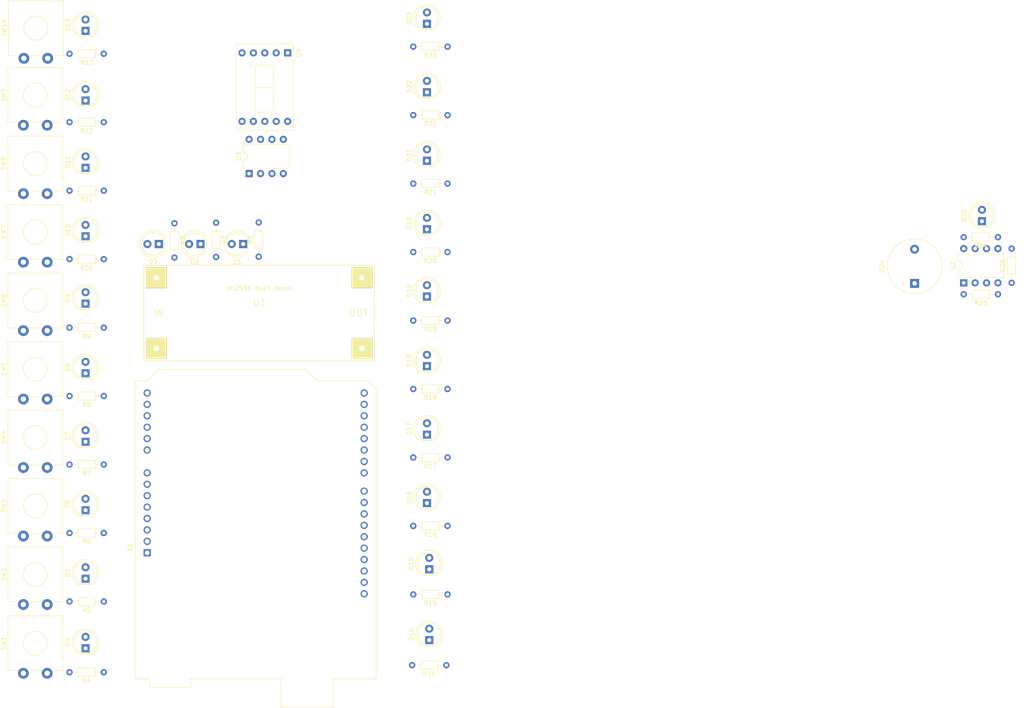
<source format=kicad_pcb>
(kicad_pcb (version 20221018) (generator pcbnew)
  (layers (0 "F.Cu" signal) (31 "B.Cu" signal) (34 "B.Paste" user) (35 "F.Paste" user) (36 "B.SilkS" user "B.Silkscreen") (37 "F.SilkS" user "F.Silkscreen") (38 "B.Mask" user) (39 "F.Mask" user) (44 "Edge.Cuts" user))
  (net 0 "")
  (net 1 "Net-(BP26-A)")
  (net 2 "Net-(BP25-A)")
  (net 3 "VDD")
  (net 4 "GNDREF")
  (net 5 "Net-(BP24-A)")
  (net 6 "Net-(BP27-A)")
  (net 7 "Vss")
  (net 8 "Net-(U3-Qe)")
  (net 9 "Net-(U3-Qd)")
  (net 10 "Net-(U3-Qc)")
  (net 11 "Net-(U3-Qb)")
  (net 12 "Net-(U3-Qa)")
  (net 13 "Net-(U3-Qg)")
  (net 14 "Net-(U3-Qf)")
  (net 15 "Net-(D3-K)")
  (net 16 "Net-(D1-K)")
  (net 17 "Net-(D2-K)")
  (net 18 "Net-(D4-K)")
  (net 19 "Net-(D5-K)")
  (net 20 "Net-(D6-K)")
  (net 21 "Net-(D7-K)")
  (net 22 "Net-(D8-K)")
  (net 23 "Net-(D9-K)")
  (net 24 "Net-(D10-K)")
  (net 25 "Net-(D11-K)")
  (net 26 "Net-(D12-K)")
  (net 27 "Net-(D13-K)")
  (net 28 "Net-(D14-K)")
  (net 29 "Net-(D16-K)")
  (net 30 "Net-(D17-K)")
  (net 31 "Net-(D18-K)")
  (net 32 "Net-(D19-K)")
  (net 33 "Net-(D20-K)")
  (net 34 "Net-(D21-K)")
  (net 35 "Net-(D22-K)")
  (net 36 "Net-(D23-K)")
  (net 37 "Net-(U2--)")
  (net 38 "+5V")
  (net 39 "Net-(D25-K)")
  (net 40 "Net-(D15-K)")
  (net 42 "/V(input)")
  (net 44 "Net-(D25-A)")
  (net 57 "Net-(A1-A3)")
  (net 58 "Net-(D2-A)")
  (net 59 "Net-(D3-A)")
  (net 78 "Net-(BP20-A)")
  (net 79 "Net-(BP19-A)")
  (net 80 "Net-(BP18-A)")
  (net 81 "Net-(BP17-A)")
  (net 82 "Net-(BP16-A)")
  (net 83 "Net-(BP15-A)")
  (net 84 "Net-(BP14-A)")
  (net 85 "Net-(BP13-A)")
  (net 86 "Net-(BP12-A)")
  (net 87 "Net-(BP11-A)")
  (net 88 "Net-(BP10-A)")
  (net 89 "Net-(BP9-A)")
  (net 90 "Net-(BP8-A)")
  (net 91 "Net-(BP7-A)")
  (net 92 "Net-(BP6-A)")
  (net 93 "Net-(BP5-A)")
  (net 94 "Net-(BP4-A)")
  (net 95 "Net-(BP3-A)")
  (net 96 "Net-(BP2-A)")
  (net 97 "Net-(BP1-A)")
  (net 101 "Net-(BP21-A)")
  (footprint "Resistor_THT:R_Axial_DIN0204_L3.6mm_D1.6mm_P7.62mm_Horizontal" (layer "F.Cu") (at 125.476 94.239 180)
    (fp_text reference "R19" (at 3.81 -1.92) (layer "F.SilkS"))
    (fp_text value "330")
    (pad "1" thru_hole circle (at 0 0 180) (size 1.4 1.4) (drill 0.7) (layers "*.Cu" "*.Mask") (net 4 "GNDREF"))
    (pad "2" thru_hole oval (at 7.62 0 180) (size 1.4 1.4) (drill 0.7) (layers "*.Cu" "*.Mask") (net 32 "Net-(D19-K)"))
  )
  (footprint "Resistor_THT:R_Axial_DIN0204_L3.6mm_D1.6mm_P7.62mm_Horizontal" (layer "F.Cu") (at 49.022 95.813 180)
    (fp_text reference "R9" (at 3.81 -1.92) (layer "F.SilkS"))
    (fp_text value "330")
    (pad "1" thru_hole circle (at 0 0 180) (size 1.4 1.4) (drill 0.7) (layers "*.Cu" "*.Mask") (net 4 "GNDREF"))
    (pad "2" thru_hole oval (at 7.62 0 180) (size 1.4 1.4) (drill 0.7) (layers "*.Cu" "*.Mask") (net 23 "Net-(D9-K)"))
  )
  (footprint "Resistor_THT:R_Axial_DIN0204_L3.6mm_D1.6mm_P7.62mm_Horizontal" (layer "F.Cu") (at 125.476 33.279 180)
    (fp_text reference "R23" (at 3.81 -1.92) (layer "F.SilkS"))
    (fp_text value "330")
    (pad "1" thru_hole circle (at 0 0 180) (size 1.4 1.4) (drill 0.7) (layers "*.Cu" "*.Mask") (net 4 "GNDREF"))
    (pad "2" thru_hole oval (at 7.62 0 180) (size 1.4 1.4) (drill 0.7) (layers "*.Cu" "*.Mask") (net 36 "Net-(D23-K)"))
  )
  (footprint "Module:Arduino_UNO_R3" (layer "F.Cu") (at 58.674 145.923 90)
    (fp_text reference "A1" (at 1.27 -3.81 90) (layer "F.SilkS"))
    (fp_text value "Arduino_UNO_R3")
    (pad "1" thru_hole rect (at 0 0 180) (size 1.6 1.6) (drill 1) (layers "*.Cu" "*.Mask"))
    (pad "2" thru_hole oval (at 2.54 0 180) (size 1.6 1.6) (drill 1) (layers "*.Cu" "*.Mask"))
    (pad "3" thru_hole oval (at 5.08 0 180) (size 1.6 1.6) (drill 1) (layers "*.Cu" "*.Mask"))
    (pad "4" thru_hole oval (at 7.62 0 180) (size 1.6 1.6) (drill 1) (layers "*.Cu" "*.Mask"))
    (pad "5" thru_hole oval (at 10.16 0 180) (size 1.6 1.6) (drill 1) (layers "*.Cu" "*.Mask"))
    (pad "6" thru_hole oval (at 12.7 0 180) (size 1.6 1.6) (drill 1) (layers "*.Cu" "*.Mask"))
    (pad "7" thru_hole oval (at 15.24 0 180) (size 1.6 1.6) (drill 1) (layers "*.Cu" "*.Mask"))
    (pad "8" thru_hole oval (at 17.78 0 180) (size 1.6 1.6) (drill 1) (layers "*.Cu" "*.Mask"))
    (pad "9" thru_hole oval (at 22.86 0 180) (size 1.6 1.6) (drill 1) (layers "*.Cu" "*.Mask"))
    (pad "10" thru_hole oval (at 25.4 0 180) (size 1.6 1.6) (drill 1) (layers "*.Cu" "*.Mask"))
    (pad "11" thru_hole oval (at 27.94 0 180) (size 1.6 1.6) (drill 1) (layers "*.Cu" "*.Mask"))
    (pad "12" thru_hole oval (at 30.48 0 180) (size 1.6 1.6) (drill 1) (layers "*.Cu" "*.Mask") (net 57 "Net-(A1-A3)"))
    (pad "13" thru_hole oval (at 33.02 0 180) (size 1.6 1.6) (drill 1) (layers "*.Cu" "*.Mask") (net 58 "Net-(D2-A)"))
    (pad "14" thru_hole oval (at 35.56 0 180) (size 1.6 1.6) (drill 1) (layers "*.Cu" "*.Mask") (net 59 "Net-(D3-A)"))
    (pad "15" thru_hole oval (at 35.56 48.26 180) (size 1.6 1.6) (drill 1) (layers "*.Cu" "*.Mask"))
    (pad "16" thru_hole oval (at 33.02 48.26 180) (size 1.6 1.6) (drill 1) (layers "*.Cu" "*.Mask"))
    (pad "17" thru_hole oval (at 30.48 48.26 180) (size 1.6 1.6) (drill 1) (layers "*.Cu" "*.Mask"))
    (pad "18" thru_hole oval (at 27.94 48.26 180) (size 1.6 1.6) (drill 1) (layers "*.Cu" "*.Mask"))
    (pad "19" thru_hole oval (at 25.4 48.26 180) (size 1.6 1.6) (drill 1) (layers "*.Cu" "*.Mask"))
    (pad "20" thru_hole oval (at 22.86 48.26 180) (size 1.6 1.6) (drill 1) (layers "*.Cu" "*.Mask"))
    (pad "21" thru_hole oval (at 20.32 48.26 180) (size 1.6 1.6) (drill 1) (layers "*.Cu" "*.Mask"))
    (pad "22" thru_hole oval (at 17.78 48.26 180) (size 1.6 1.6) (drill 1) (layers "*.Cu" "*.Mask"))
    (pad "23" thru_hole oval (at 13.72 48.26 180) (size 1.6 1.6) (drill 1) (layers "*.Cu" "*.Mask"))
    (pad "24" thru_hole oval (at 11.18 48.26 180) (size 1.6 1.6) (drill 1) (layers "*.Cu" "*.Mask"))
    (pad "25" thru_hole oval (at 8.64 48.26 180) (size 1.6 1.6) (drill 1) (layers "*.Cu" "*.Mask"))
    (pad "26" thru_hole oval (at 6.1 48.26 180) (size 1.6 1.6) (drill 1) (layers "*.Cu" "*.Mask"))
    (pad "27" thru_hole oval (at 3.56 48.26 180) (size 1.6 1.6) (drill 1) (layers "*.Cu" "*.Mask"))
    (pad "28" thru_hole oval (at 1.02 48.26 180) (size 1.6 1.6) (drill 1) (layers "*.Cu" "*.Mask"))
    (pad "29" thru_hole oval (at -1.52 48.26 180) (size 1.6 1.6) (drill 1) (layers "*.Cu" "*.Mask"))
    (pad "30" thru_hole oval (at -4.06 48.26 180) (size 1.6 1.6) (drill 1) (layers "*.Cu" "*.Mask"))
    (pad "31" thru_hole oval (at -6.6 48.26 180) (size 1.6 1.6) (drill 1) (layers "*.Cu" "*.Mask"))
    (pad "32" thru_hole oval (at -9.14 48.26 180) (size 1.6 1.6) (drill 1) (layers "*.Cu" "*.Mask"))
  )
  (footprint "LED_THT:LED_D5.0mm_IRGrey" (layer "F.Cu") (at 44.958 75.493 90)
    (fp_text reference "D10" (at 1.27 -3.96 90) (layer "F.SilkS"))
    (fp_text value "CQY99")
    (pad "1" thru_hole rect (at 0 0 90) (size 1.8 1.8) (drill 0.9) (layers "*.Cu" "*.Mask") (net 24 "Net-(D10-K)"))
    (pad "2" thru_hole circle (at 2.54 0 90) (size 1.8 1.8) (drill 0.9) (layers "*.Cu" "*.Mask") (net 91 "Net-(BP7-A)"))
  )
  (footprint "Resistor_THT:R_Axial_DIN0204_L3.6mm_D1.6mm_P7.62mm_Horizontal" (layer "F.Cu") (at 49.022 111.053 180)
    (fp_text reference "R8" (at 3.81 -1.92) (layer "F.SilkS"))
    (fp_text value "330")
    (pad "1" thru_hole circle (at 0 0 180) (size 1.4 1.4) (drill 0.7) (layers "*.Cu" "*.Mask") (net 4 "GNDREF"))
    (pad "2" thru_hole oval (at 7.62 0 180) (size 1.4 1.4) (drill 0.7) (layers "*.Cu" "*.Mask") (net 22 "Net-(D8-K)"))
  )
  (footprint "LED_THT:LED_D5.0mm_IRGrey" (layer "F.Cu") (at 120.904 134.879 90)
    (fp_text reference "D16" (at 1.27 -3.96 90) (layer "F.SilkS"))
    (fp_text value "CQY99")
    (pad "1" thru_hole rect (at 0 0 90) (size 1.8 1.8) (drill 0.9) (layers "*.Cu" "*.Mask") (net 29 "Net-(D16-K)"))
    (pad "2" thru_hole circle (at 2.54 0 90) (size 1.8 1.8) (drill 0.9) (layers "*.Cu" "*.Mask") (net 85 "Net-(BP13-A)"))
  )
  (footprint "Resistor_THT:R_Axial_DIN0204_L3.6mm_D1.6mm_P7.62mm_Horizontal" (layer "F.Cu") (at 247.904 88.392 180)
    (fp_text reference "R25" (at 3.81 -1.92) (layer "F.SilkS"))
    (fp_text value "330")
    (pad "1" thru_hole circle (at 0 0 180) (size 1.4 1.4) (drill 0.7) (layers "*.Cu" "*.Mask") (net 4 "GNDREF"))
    (pad "2" thru_hole oval (at 7.62 0 180) (size 1.4 1.4) (drill 0.7) (layers "*.Cu" "*.Mask") (net 37 "Net-(U2--)"))
  )
  (footprint "Button_Switch_THT:SW_CW_GPTS203211B" (layer "F.Cu") (at 31.132 81.243 90)
    (fp_text reference "SW7" (at 6.7 -4.35 90) (layer "F.SilkS"))
    (fp_text value "SW_DIP_x01")
    (pad "1" thru_hole circle (at 0 0 90) (size 2.4 2.4) (drill 1.2) (layers "*.Cu" "*.Mask") (net 38 "+5V"))
    (pad "2" thru_hole circle (at 0 5.3 90) (size 2.4 2.4) (drill 1.2) (layers "*.Cu" "*.Mask") (net 91 "Net-(BP7-A)"))
  )
  (footprint "Resistor_THT:R_Axial_DIN0204_L3.6mm_D1.6mm_P7.62mm_Horizontal" (layer "F.Cu") (at 125.476 155.199 180)
    (fp_text reference "R15" (at 3.81 -1.92) (layer "F.SilkS"))
    (fp_text value "330")
    (pad "1" thru_hole circle (at 0 0 180) (size 1.4 1.4) (drill 0.7) (layers "*.Cu" "*.Mask") (net 4 "GNDREF"))
    (pad "2" thru_hole oval (at 7.62 0 180) (size 1.4 1.4) (drill 0.7) (layers "*.Cu" "*.Mask") (net 40 "Net-(D15-K)"))
  )
  (footprint "Display_7Segment:D1X8K" (layer "F.Cu") (at 89.916 34.6665 -90)
    (fp_text reference "U4" (at 0.03 -2.48 90) (layer "F.SilkS"))
    (fp_text value "D168K")
    (pad "1" thru_hole rect (at 0 0 180) (size 1.6 1.6) (drill 0.8) (layers "*.Cu" "*.Mask") (net 8 "Net-(U3-Qe)"))
    (pad "2" thru_hole circle (at 0 2.54 180) (size 1.6 1.6) (drill 0.8) (layers "*.Cu" "*.Mask") (net 9 "Net-(U3-Qd)"))
    (pad "3" thru_hole circle (at 0 5.08 180) (size 1.6 1.6) (drill 0.8) (layers "*.Cu" "*.Mask") (net 4 "GNDREF"))
    (pad "4" thru_hole circle (at 0 7.62 180) (size 1.6 1.6) (drill 0.8) (layers "*.Cu" "*.Mask") (net 10 "Net-(U3-Qc)"))
    (pad "5" thru_hole circle (at 0 10.16 180) (size 1.6 1.6) (drill 0.8) (layers "*.Cu" "*.Mask"))
    (pad "6" thru_hole circle (at 15.24 10.16 180) (size 1.6 1.6) (drill 0.8) (layers "*.Cu" "*.Mask") (net 11 "Net-(U3-Qb)"))
    (pad "7" thru_hole circle (at 15.24 7.62 180) (size 1.6 1.6) (drill 0.8) (layers "*.Cu" "*.Mask") (net 12 "Net-(U3-Qa)"))
    (pad "8" thru_hole circle (at 15.24 5.08 180) (size 1.6 1.6) (drill 0.8) (layers "*.Cu" "*.Mask") (net 4 "GNDREF"))
    (pad "9" thru_hole circle (at 15.24 2.54 180) (size 1.6 1.6) (drill 0.8) (layers "*.Cu" "*.Mask") (net 14 "Net-(U3-Qf)"))
    (pad "10" thru_hole circle (at 15.24 0 180) (size 1.6 1.6) (drill 0.8) (layers "*.Cu" "*.Mask") (net 13 "Net-(U3-Qg)"))
  )
  (footprint "Resistor_THT:R_Axial_DIN0204_L3.6mm_D1.6mm_P7.62mm_Horizontal" (layer "F.Cu") (at 125.222 170.947 180)
    (fp_text reference "R14" (at 3.81 -1.92) (layer "F.SilkS"))
    (fp_text value "330")
    (pad "1" thru_hole circle (at 0 0 180) (size 1.4 1.4) (drill 0.7) (layers "*.Cu" "*.Mask") (net 4 "GNDREF"))
    (pad "2" thru_hole oval (at 7.62 0 180) (size 1.4 1.4) (drill 0.7) (layers "*.Cu" "*.Mask") (net 28 "Net-(D14-K)"))
  )
  (footprint "Resistor_THT:R_Axial_DIN0204_L3.6mm_D1.6mm_P7.62mm_Horizontal" (layer "F.Cu") (at 125.476 48.519 180)
    (fp_text reference "R22" (at 3.81 -1.92) (layer "F.SilkS"))
    (fp_text value "330")
    (pad "1" thru_hole circle (at 0 0 180) (size 1.4 1.4) (drill 0.7) (layers "*.Cu" "*.Mask") (net 4 "GNDREF"))
    (pad "2" thru_hole oval (at 7.62 0 180) (size 1.4 1.4) (drill 0.7) (layers "*.Cu" "*.Mask") (net 35 "Net-(D22-K)"))
  )
  (footprint "LED_THT:LED_D5.0mm_IRGrey" (layer "F.Cu") (at 44.958 105.973 90)
    (fp_text reference "D8" (at 1.27 -3.96 90) (layer "F.SilkS"))
    (fp_text value "CQY99")
    (pad "1" thru_hole rect (at 0 0 90) (size 1.8 1.8) (drill 0.9) (layers "*.Cu" "*.Mask") (net 22 "Net-(D8-K)"))
    (pad "2" thru_hole circle (at 2.54 0 90) (size 1.8 1.8) (drill 0.9) (layers "*.Cu" "*.Mask") (net 93 "Net-(BP5-A)"))
  )
  (footprint "LED_THT:LED_D5.0mm_IRGrey" (layer "F.Cu") (at 121.412 165.359 90)
    (fp_text reference "D14" (at 1.27 -3.96 90) (layer "F.SilkS"))
    (fp_text value "CQY99")
    (pad "1" thru_hole rect (at 0 0 90) (size 1.8 1.8) (drill 0.9) (layers "*.Cu" "*.Mask") (net 28 "Net-(D14-K)"))
    (pad "2" thru_hole circle (at 2.54 0 90) (size 1.8 1.8) (drill 0.9) (layers "*.Cu" "*.Mask") (net 87 "Net-(BP11-A)"))
  )
  (footprint "Button_Switch_THT:SW_CW_GPTS203211B" (layer "F.Cu") (at 31.132 157.443 90)
    (fp_text reference "SW2" (at 6.7 -4.35 90) (layer "F.SilkS"))
    (fp_text value "SW_DIP_x01")
    (pad "1" thru_hole circle (at 0 0 90) (size 2.4 2.4) (drill 1.2) (layers "*.Cu" "*.Mask") (net 38 "+5V"))
    (pad "2" thru_hole circle (at 0 5.3 90) (size 2.4 2.4) (drill 1.2) (layers "*.Cu" "*.Mask") (net 96 "Net-(BP2-A)"))
  )
  (footprint "LED_THT:LED_D5.0mm_IRGrey" (layer "F.Cu") (at 44.958 90.484 90)
    (fp_text reference "D9" (at 1.27 -3.96 90) (layer "F.SilkS"))
    (fp_text value "CQY99")
    (pad "1" thru_hole rect (at 0 0 90) (size 1.8 1.8) (drill 0.9) (layers "*.Cu" "*.Mask") (net 23 "Net-(D9-K)"))
    (pad "2" thru_hole circle (at 2.54 0 90) (size 1.8 1.8) (drill 0.9) (layers "*.Cu" "*.Mask") (net 92 "Net-(BP6-A)"))
  )
  (footprint "Resistor_THT:R_Axial_DIN0204_L3.6mm_D1.6mm_P7.62mm_Horizontal" (layer "F.Cu") (at 49.022 50.093 180)
    (fp_text reference "R12" (at 3.81 -1.92) (layer "F.SilkS"))
    (fp_text value "330")
    (pad "1" thru_hole circle (at 0 0 180) (size 1.4 1.4) (drill 0.7) (layers "*.Cu" "*.Mask") (net 4 "GNDREF"))
    (pad "2" thru_hole oval (at 7.62 0 180) (size 1.4 1.4) (drill 0.7) (layers "*.Cu" "*.Mask") (net 26 "Net-(D12-K)"))
  )
  (footprint "Buzzer_Beeper:Buzzer_12x9.5RM7.6" (layer "F.Cu") (at 229.362 85.969 90)
    (fp_text reference "D24" (at 3.8 -7.2 90) (layer "F.SilkS"))
    (fp_text value "LED")
    (fp_text user "+" (at -0.01 -2.54 90) (layer "F.SilkS"))
    (pad "1" thru_hole rect (at 0 0 90) (size 2 2) (drill 1) (layers "*.Cu" "*.Mask") (net 101 "Net-(BP21-A)"))
    (pad "2" thru_hole circle (at 7.6 0 90) (size 2 2) (drill 1) (layers "*.Cu" "*.Mask") (net 4 "GNDREF"))
  )
  (footprint "Resistor_THT:R_Axial_DIN0204_L3.6mm_D1.6mm_P7.62mm_Horizontal" (layer "F.Cu") (at 250.943083 85.844365 90)
    (fp_text reference "R26" (at 3.81 -1.92 90) (layer "F.SilkS"))
    (fp_text value "330")
    (pad "1" thru_hole circle (at 0 0 90) (size 1.4 1.4) (drill 0.7) (layers "*.Cu" "*.Mask") (net 4 "GNDREF"))
    (pad "2" thru_hole oval (at 7.62 0 90) (size 1.4 1.4) (drill 0.7) (layers "*.Cu" "*.Mask") (net 39 "Net-(D25-K)"))
  )
  (footprint "Resistor_THT:R_Axial_DIN0204_L3.6mm_D1.6mm_P7.62mm_Horizontal" (layer "F.Cu") (at 49.022 126.293 180)
    (fp_text reference "R7" (at 3.81 -1.92) (layer "F.SilkS"))
    (fp_text value "330")
    (pad "1" thru_hole circle (at 0 0 180) (size 1.4 1.4) (drill 0.7) (layers "*.Cu" "*.Mask") (net 4 "GNDREF"))
    (pad "2" thru_hole oval (at 7.62 0 180) (size 1.4 1.4) (drill 0.7) (layers "*.Cu" "*.Mask") (net 21 "Net-(D7-K)"))
  )
  (footprint "Package_DIP:DIP-8_W7.62mm" (layer "F.Cu") (at 240.284 85.852 90)
    (fp_text reference "U2" (at 3.81 -2.33 90) (layer "F.SilkS"))
    (fp_text value "LM741")
    (pad "1" thru_hole rect (at 0 0 90) (size 1.6 1.6) (drill 0.8) (layers "*.Cu" "*.Mask"))
    (pad "2" thru_hole oval (at 0 2.54 90) (size 1.6 1.6) (drill 0.8) (layers "*.Cu" "*.Mask") (net 37 "Net-(U2--)"))
    (pad "3" thru_hole oval (at 0 5.08 90) (size 1.6 1.6) (drill 0.8) (layers "*.Cu" "*.Mask") (net 42 "/V(input)"))
    (pad "4" thru_hole oval (at 0 7.62 90) (size 1.6 1.6) (drill 0.8) (layers "*.Cu" "*.Mask") (net 4 "GNDREF"))
    (pad "5" thru_hole oval (at 7.62 7.62 90) (size 1.6 1.6) (drill 0.8) (layers "*.Cu" "*.Mask"))
    (pad "6" thru_hole oval (at 7.62 5.08 90) (size 1.6 1.6) (drill 0.8) (layers "*.Cu" "*.Mask") (net 44 "Net-(D25-A)"))
    (pad "7" thru_hole oval (at 7.62 2.54 90) (size 1.6 1.6) (drill 0.8) (layers "*.Cu" "*.Mask") (net 38 "+5V"))
    (pad "8" thru_hole oval (at 7.62 0 90) (size 1.6 1.6) (drill 0.8) (layers "*.Cu" "*.Mask"))
  )
  (footprint "LED_THT:LED_D5.0mm_IRGrey" (layer "F.Cu") (at 80.015 77.216 180)
    (fp_text reference "D1" (at 1.27 -3.96) (layer "F.SilkS"))
    (fp_text value "CQY99")
    (pad "1" thru_hole rect (at 0 0 180) (size 1.8 1.8) (drill 0.9) (layers "*.Cu" "*.Mask") (net 16 "Net-(D1-K)"))
    (pad "2" thru_hole circle (at 2.54 0 180) (size 1.8 1.8) (drill 0.9) (layers "*.Cu" "*.Mask") (net 57 "Net-(A1-A3)"))
  )
  (footprint "LED_THT:LED_D5.0mm_IRGrey" (layer "F.Cu") (at 121.412 149.611 90)
    (fp_text reference "D15" (at 1.27 -3.96 90) (layer "F.SilkS"))
    (fp_text value "CQY99")
    (pad "1" thru_hole rect (at 0 0 90) (size 1.8 1.8) (drill 0.9) (layers "*.Cu" "*.Mask") (net 40 "Net-(D15-K)"))
    (pad "2" thru_hole circle (at 2.54 0 90) (size 1.8 1.8) (drill 0.9) (layers "*.Cu" "*.Mask") (net 86 "Net-(BP12-A)"))
  )
  (footprint "LED_THT:LED_D5.0mm_IRGrey" (layer "F.Cu") (at 61.265 77.216 180)
    (fp_text reference "D3" (at 1.27 -3.96) (layer "F.SilkS"))
    (fp_text value "CQY99")
    (pad "1" thru_hole rect (at 0 0 180) (size 1.8 1.8) (drill 0.9) (layers "*.Cu" "*.Mask") (net 15 "Net-(D3-K)"))
    (pad "2" thru_hole circle (at 2.54 0 180) (size 1.8 1.8) (drill 0.9) (layers "*.Cu" "*.Mask") (net 59 "Net-(D3-A)"))
  )
  (footprint "LED_THT:LED_D5.0mm_IRGrey" (layer "F.Cu") (at 44.958 60.253 90)
    (fp_text reference "D11" (at 1.27 -3.96 90) (layer "F.SilkS"))
    (fp_text value "CQY99")
    (pad "1" thru_hole rect (at 0 0 90) (size 1.8 1.8) (drill 0.9) (layers "*.Cu" "*.Mask") (net 25 "Net-(D11-K)"))
    (pad "2" thru_hole circle (at 2.54 0 90) (size 1.8 1.8) (drill 0.9) (layers "*.Cu" "*.Mask") (net 90 "Net-(BP8-A)"))
  )
  (footprint "LED_THT:LED_D5.0mm_IRGrey" (layer "F.Cu") (at 120.904 73.919 90)
    (fp_text reference "D20" (at 1.27 -3.96 90) (layer "F.SilkS"))
    (fp_text value "CQY99")
    (pad "1" thru_hole rect (at 0 0 90) (size 1.8 1.8) (drill 0.9) (layers "*.Cu" "*.Mask") (net 33 "Net-(D20-K)"))
    (pad "2" thru_hole circle (at 2.54 0 90) (size 1.8 1.8) (drill 0.9) (layers "*.Cu" "*.Mask") (net 81 "Net-(BP17-A)"))
  )
  (footprint "LED_THT:LED_D5.0mm_IRGrey" (layer "F.Cu") (at 44.958 121.213 90)
    (fp_text reference "D7" (at 1.27 -3.96 90) (layer "F.SilkS"))
    (fp_text value "CQY99")
    (pad "1" thru_hole rect (at 0 0 90) (size 1.8 1.8) (drill 0.9) (layers "*.Cu" "*.Mask") (net 21 "Net-(D7-K)"))
    (pad "2" thru_hole circle (at 2.54 0 90) (size 1.8 1.8) (drill 0.9) (layers "*.Cu" "*.Mask") (net 94 "Net-(BP4-A)"))
  )
  (footprint "LED_THT:LED_D5.0mm_IRGrey" (layer "F.Cu") (at 44.958 29.773 90)
    (fp_text reference "D13" (at 1.27 -3.96 90) (layer "F.SilkS"))
    (fp_text value "CQY99")
    (pad "1" thru_hole rect (at 0 0 90) (size 1.8 1.8) (drill 0.9) (layers "*.Cu" "*.Mask") (net 27 "Net-(D13-K)"))
    (pad "2" thru_hole circle (at 2.54 0 90) (size 1.8 1.8) (drill 0.9) (layers "*.Cu" "*.Mask") (net 88 "Net-(BP10-A)"))
  )
  (footprint "Button_Switch_THT:SW_CW_GPTS203211B" (layer "F.Cu") (at 31.132 126.963 90)
    (fp_text reference "SW4" (at 6.7 -4.35 90) (layer "F.SilkS"))
    (fp_text value "SW_DIP_x01")
    (pad "1" thru_hole circle (at 0 0 90) (size 2.4 2.4) (drill 1.2) (layers "*.Cu" "*.Mask") (net 38 "+5V"))
    (pad "2" thru_hole circle (at 0 5.3 90) (size 2.4 2.4) (drill 1.2) (layers "*.Cu" "*.Mask") (net 94 "Net-(BP4-A)"))
  )
  (footprint "Resistor_THT:R_Axial_DIN0204_L3.6mm_D1.6mm_P7.62mm_Horizontal" (layer "F.Cu") (at 49.022 141.533 180)
    (fp_text reference "R6" (at 3.81 -1.92) (layer "F.SilkS"))
    (fp_text value "330")
    (pad "1" thru_hole circle (at 0 0 180) (size 1.4 1.4) (drill 0.7) (layers "*.Cu" "*.Mask") (net 4 "GNDREF"))
    (pad "2" thru_hole oval (at 7.62 0 180) (size 1.4 1.4) (drill 0.7) (layers "*.Cu" "*.Mask") (net 20 "Net-(D6-K)"))
  )
  (footprint "LED_THT:LED_D5.0mm_IRGrey" (layer "F.Cu") (at 244.348 72.136 90)
    (fp_text reference "D25" (at 1.27 -3.96 90) (layer "F.SilkS"))
    (fp_text value "LED")
    (pad "1" thru_hole rect (at 0 0 90) (size 1.8 1.8) (drill 0.9) (layers "*.Cu" "*.Mask") (net 39 "Net-(D25-K)"))
    (pad "2" thru_hole circle (at 2.54 0 90) (size 1.8 1.8) (drill 0.9) (layers "*.Cu" "*.Mask") (net 44 "Net-(D25-A)"))
  )
  (footprint "LED_THT:LED_D5.0mm_IRGrey" (layer "F.Cu") (at 44.958 167.192 90)
    (fp_text reference "D4" (at 1.27 -3.96 90) (layer "F.SilkS"))
    (fp_text value "CQY99")
    (pad "1" thru_hole rect (at 0 0 90) (size 1.8 1.8) (drill 0.9) (layers "*.Cu" "*.Mask") (net 18 "Net-(D4-K)"))
    (pad "2" thru_hole circle (at 2.54 0 90) (size 1.8 1.8) (drill 0.9) (layers "*.Cu" "*.Mask") (net 97 "Net-(BP1-A)"))
  )
  (footprint "Resistor_THT:R_Axial_DIN0204_L3.6mm_D1.6mm_P7.62mm_Horizontal" (layer "F.Cu") (at 125.476 124.719 180)
    (fp_text reference "R17" (at 3.81 -1.92) (layer "F.SilkS"))
    (fp_text value "330")
    (pad "1" thru_hole circle (at 0 0 180) (size 1.4 1.4) (drill 0.7) (layers "*.Cu" "*.Mask") (net 4 "GNDREF"))
    (pad "2" thru_hole oval (at 7.62 0 180) (size 1.4 1.4) (drill 0.7) (layers "*.Cu" "*.Mask") (net 30 "Net-(D17-K)"))
  )
  (footprint "Resistor_THT:R_Axial_DIN0204_L3.6mm_D1.6mm_P7.62mm_Horizontal" (layer "F.Cu") (at 125.476 139.959 180)
    (fp_text reference "R16" (at 3.81 -1.92) (layer "F.SilkS"))
    (fp_text value "330")
    (pad "1" thru_hole circle (at 0 0 180) (size 1.4 1.4) (drill 0.7) (layers "*.Cu" "*.Mask") (net 4 "GNDREF"))
    (pad "2" thru_hole oval (at 7.62 0 180) (size 1.4 1.4) (drill 0.7) (layers "*.Cu" "*.Mask") (net 29 "Net-(D16-K)"))
  )
  (footprint "Button_Switch_THT:SW_CW_GPTS203211B" (layer "F.Cu") (at 31.132 50.763 90)
    (fp_text reference "SW9" (at 6.7 -4.35 90) (layer "F.SilkS"))
    (fp_text value "SW_DIP_x01")
    (pad "1" thru_hole circle (at 0 0 90) (size 2.4 2.4) (drill 1.2) (layers "*.Cu" "*.Mask") (net 38 "+5V"))
    (pad "2" thru_hole circle (at 0 5.3 90) (size 2.4 2.4) (drill 1.2) (layers "*.Cu" "*.Mask") (net 89 "Net-(BP9-A)"))
  )
  (footprint "Resistor_THT:R_Axial_DIN0204_L3.6mm_D1.6mm_P7.62mm_Horizontal" (layer "F.Cu") (at 64.74 72.596 -90)
    (fp_text reference "R3" (at 3.81 -1.92 90) (layer "F.SilkS"))
    (fp_text value "330")
    (pad "1" thru_hole circle (at 0 0 270) (size 1.4 1.4) (drill 0.7) (layers "*.Cu" "*.Mask") (net 4 "GNDREF"))
    (pad "2" thru_hole oval (at 7.62 0 270) (size 1.4 1.4) (drill 0.7) (layers "*.Cu" "*.Mask") (net 15 "Net-(D3-K)"))
  )
  (footprint "LED_THT:LED_D5.0mm_IRGrey" (layer "F.Cu") (at 44.958 45.272 90)
    (fp_text reference "D12" (at 1.27 -3.96 90) (layer "F.SilkS"))
    (fp_text value "CQY99")
    (pad "1" thru_hole rect (at 0 0 90) (size 1.8 1.8) (drill 0.9) (layers "*.Cu" "*.Mask") (net 26 "Net-(D12-K)"))
    (pad "2" thru_hole circle (at 2.54 0 90) (size 1.8 1.8) (drill 0.9) (layers "*.Cu" "*.Mask") (net 89 "Net-(BP9-A)"))
  )
  (footprint "Resistor_THT:R_Axial_DIN0204_L3.6mm_D1.6mm_P7.62mm_Horizontal" (layer "F.Cu") (at 49.022 65.333 180)
    (fp_text reference "R11" (at 3.81 -1.92) (layer "F.SilkS"))
    (fp_text value "330")
    (pad "1" thru_hole circle (at 0 0 180) (size 1.4 1.4) (drill 0.7) (layers "*.Cu" "*.Mask") (net 4 "GNDREF"))
    (pad "2" thru_hole oval (at 7.62 0 180) (size 1.4 1.4) (drill 0.7) (layers "*.Cu" "*.Mask") (net 25 "Net-(D11-K)"))
  )
  (footprint "Button_Switch_THT:SW_CW_GPTS203211B" (layer "F.Cu") (at 31.132 111.723 90)
    (fp_text reference "SW5" (at 6.7 -4.35 90) (layer "F.SilkS"))
    (fp_text value "SW_DIP_x01")
    (pad "1" thru_hole circle (at 0 0 90) (size 2.4 2.4) (drill 1.2) (layers "*.Cu" "*.Mask") (net 38 "+5V"))
    (pad "2" thru_hole circle (at 0 5.3 90) (size 2.4 2.4) (drill 1.2) (layers "*.Cu" "*.Mask") (net 93 "Net-(BP5-A)"))
  )
  (footprint "LED_THT:LED_D5.0mm_IRGrey" (layer "F.Cu") (at 44.958 151.693 90)
    (fp_text reference "D5" (at 1.27 -3.96 90) (layer "F.SilkS"))
    (fp_text value "CQY99")
    (pad "1" thru_hole rect (at 0 0 90) (size 1.8 1.8) (drill 0.9) (layers "*.Cu" "*.Mask") (net 19 "Net-(D5-K)"))
    (pad "2" thru_hole circle (at 2.54 0 90) (size 1.8 1.8) (drill 0.9) (layers "*.Cu" "*.Mask") (net 96 "Net-(BP2-A)"))
  )
  (footprint "LED_THT:LED_D5.0mm_IRGrey" (layer "F.Cu") (at 44.958 136.453 90)
    (fp_text reference "D6" (at 1.35 -4.13 90) (layer "F.SilkS"))
    (fp_text value "CQY99")
    (pad "1" thru_hole rect (at 0 0 90) (size 1.8 1.8) (drill 0.9) (layers "*.Cu" "*.Mask") (net 20 "Net-(D6-K)"))
    (pad "2" thru_hole circle (at 2.54 0 90) (size 1.8 1.8) (drill 0.9) (layers "*.Cu" "*.Mask") (net 95 "Net-(BP3-A)"))
  )
  (footprint "Button_Switch_THT:SW_CW_GPTS203211B" (layer "F.Cu") (at 31.242 35.869 90)
    (fp_text reference "SW10" (at 6.7 -4.35 90) (layer "F.SilkS"))
    (fp_text value "SW_DIP_x01")
    (pad "1" thru_hole circle (at 0 0 90) (size 2.4 2.4) (drill 1.2) (layers "*.Cu" "*.Mask") (net 38 "+5V"))
    (pad "2" thru_hole circle (at 0 5.3 90) (size 2.4 2.4) (drill 1.2) (layers "*.Cu" "*.Mask") (net 88 "Net-(BP10-A)"))
  )
  (footprint "Button_Switch_THT:SW_CW_GPTS203211B" (layer "F.Cu") (at 31.132 172.755 90)
    (fp_text reference "SW1" (at 6.7 -4.35 90) (layer "F.SilkS"))
    (fp_text value "SW_DIP_x01")
    (pad "1" thru_hole circle (at 0 0 90) (size 2.4 2.4) (drill 1.2) (layers "*.Cu" "*.Mask") (net 38 "+5V"))
    (pad "2" thru_hole circle (at 0 5.3 90) (size 2.4 2.4) (drill 1.2) (layers "*.Cu" "*.Mask") (net 97 "Net-(BP1-A)"))
  )
  (footprint "LED_THT:LED_D5.0mm_IRGrey" (layer "F.Cu") (at 120.904 28.199 90)
    (fp_text reference "D23" (at 1.27 -3.96 90) (layer "F.SilkS"))
    (fp_text value "CQY99")
    (pad "1" thru_hole rect (at 0 0 90) (size 1.8 1.8) (drill 0.9) (layers "*.Cu" "*.Mask") (net 36 "Net-(D23-K)"))
    (pad "2" thru_hole circle (at 2.54 0 90) (size 1.8 1.8) (drill 0.9) (layers "*.Cu" "*.Mask") (net 78 "Net-(BP20-A)"))
  )
  (footprint "LED_THT:LED_D5.0mm_IRGrey" (layer "F.Cu") (at 120.904 104.399 90)
    (fp_text reference "D18" (at 1.27 -3.96 90) (layer "F.SilkS"))
    (fp_text value "CQY99")
    (pad "1" thru_hole rect (at 0 0 90) (size 1.8 1.8) (drill 0.9) (layers "*.Cu" "*.Mask") (net 31 "Net-(D18-K)"))
    (pad "2" thru_hole circle (at 2.54 0 90) (size 1.8 1.8) (drill 0.9) (layers "*.Cu" "*.Mask") (net 83 "Net-(BP15-A)"))
  )
  (footprint "LED_THT:LED_D5.0mm_IRGrey" (layer "F.Cu") (at 120.904 119.639 90)
    (fp_text reference "D17" (at 1.27 -3.96 90) (layer "F.SilkS"))
    (fp_text value "CQY99")
    (pad "1" thru_hole rect (at 0 0 90) (size 1.8 1.8) (drill 0.9) (layers "*.Cu" "*.Mask") (net 30 "Net-(D17-K)"))
    (pad "2" thru_hole circle (at 2.54 0 90) (size 1.8 1.8) (drill 0.9) (layers "*.Cu" "*.Mask") (net 84 "Net-(BP14-A)"))
  )
  (footprint "LED_THT:LED_D5.0mm_IRGrey" (layer "F.Cu") (at 120.904 88.91 90)
    (fp_text reference "D19" (at 1.27 -3.96 90) (layer "F.SilkS"))
    (fp_text value "CQY99")
    (pad "1" thru_hole rect (at 0 0 90) (size 1.8 1.8) (drill 0.9) (layers "*.Cu" "*.Mask") (net 32 "Net-(D19-K)"))
    (pad "2" thru_hole circle (at 2.54 0 90) (size 1.8 1.8) (drill 0.9) (layers "*.Cu" "*.Mask") (net 82 "Net-(BP16-A)"))
  )
  (footprint "Resistor_THT:R_Axial_DIN0204_L3.6mm_D1.6mm_P7.62mm_Horizontal" (layer "F.Cu") (at 49.022 172.521 180)
    (fp_text reference "R4" (at 3.81 -1.92) (layer "F.SilkS"))
    (fp_text value "330")
    (pad "1" thru_hole circle (at 0 0 180) (size 1.4 1.4) (drill 0.7) (layers "*.Cu" "*.Mask") (net 4 "GNDREF"))
    (pad "2" thru_hole oval (at 7.62 0 180) (size 1.4 1.4) (drill 0.7) (layers "*.Cu" "*.Mask") (net 18 "Net-(D4-K)"))
  )
  (footprint "Resistor_THT:R_Axial_DIN0204_L3.6mm_D1.6mm_P7.62mm_Horizontal" (layer "F.Cu") (at 125.476 78.999 180)
    (fp_text reference "R20" (at 3.81 -1.92) (layer "F.SilkS"))
    (fp_text value "330")
    (pad "1" thru_hole circle (at 0 0 180) (size 1.4 1.4) (drill 0.7) (layers "*.Cu" "*.Mask") (net 4 "GNDREF"))
    (pad "2" thru_hole oval (at 7.62 0 180) (size 1.4 1.4) (drill 0.7) (layers "*.Cu" "*.Mask") (net 33 "Net-(D20-K)"))
  )
  (footprint "Button_Switch_THT:SW_CW_GPTS203211B" (layer "F.Cu") (at 31.132 96.483 90)
    (fp_text reference "SW6" (at 6.7 -4.35 90) (layer "F.SilkS"))
    (fp_text value "SW_DIP_x01")
    (pad "1" thru_hole circle (at 0 0 90) (size 2.4 2.4) (drill 1.2) (layers "*.Cu" "*.Mask") (net 38 "+5V"))
    (pad "2" thru_hole circle (at 0 5.3 90) (size 2.4 2.4) (drill 1.2) (layers "*.Cu" "*.Mask") (net 92 "Net-(BP6-A)"))
  )
  (footprint "Resistor_THT:R_Axial_DIN0204_L3.6mm_D1.6mm_P7.62mm_Horizontal" (layer "F.Cu") (at 83.475 80.026 90)
    (fp_text reference "R1" (at 3.81 -1.92 90) (layer "F.SilkS"))
    (fp_text value "330")
    (pad "1" thru_hole circle (at 0 0 90) (size 1.4 1.4) (drill 0.7) (layers "*.Cu" "*.Mask") (net 4 "GNDREF"))
    (pad "2" thru_hole oval (at 7.62 0 90) (size 1.4 1.4) (drill 0.7) (layers "*.Cu" "*.Mask") (net 16 "Net-(D1-K)"))
  )
  (footprint "LED_THT:LED_D5.0mm_IRGrey" (layer "F.Cu") (at 70.53 77.216 180)
    (fp_text reference "D2" (at 1.27 -3.96) (layer "F.SilkS"))
    (fp_text value "CQY99")
    (pad "1" thru_hole rect (at 0 0 180) (size 1.8 1.8) (drill 0.9) (layers "*.Cu" "*.Mask") (net 17 "Net-(D2-K)"))
    (pad "2" thru_hole circle (at 2.54 0 180) (size 1.8 1.8) (drill 0.9) (layers "*.Cu" "*.Mask") (net 58 "Net-(D2-A)"))
  )
  (footprint "Button_Switch_THT:SW_CW_GPTS203211B" (layer "F.Cu") (at 31.132 66.003 90)
    (fp_text reference "SW8" (at 6.7 -4.35 90) (layer "F.SilkS"))
    (fp_text value "SW_DIP_x01")
    (pad "1" thru_hole circle (at 0 0 90) (size 2.4 2.4) (drill 1.2) (layers "*.Cu" "*.Mask") (net 38 "+5V"))
    (pad "2" thru_hole circle (at 0 5.3 90) (size 2.4 2.4) (drill 1.2) (layers "*.Cu" "*.Mask") (net 90 "Net-(BP8-A)"))
  )
  (footprint "Resistor_THT:R_Axial_DIN0204_L3.6mm_D1.6mm_P7.62mm_Horizontal" (layer "F.Cu") (at 49.022 156.773 180)
    (fp_text reference "R5" (at 3.81 -1.92) (layer "F.SilkS"))
    (fp_text value "330")
    (pad "1" thru_hole circle (at 0 0 180) (size 1.4 1.4) (drill 0.7) (layers "*.Cu" "*.Mask") (net 4 "GNDREF"))
    (pad "2" thru_hole oval (at 7.62 0 180) (size 1.4 1.4) (drill 0.7) (layers "*.Cu" "*.Mask") (net 19 "Net-(D5-K)"))
  )
  (footprint "DC_DC_LM2596_small:DC_DC_LM2596_small" (layer "F.Cu") (at 83.566 92.583)
    (fp_text reference "U1" (at 0.1016 -2.3368) (layer "F.SilkS") (effects (font (size 1.5 1.5))))
    (fp_text value "lm2596 buck boost" (at 0.0508 -5.588) (layer "F.SilkS"))
    (fp_text user "IN" (at -22.352 0) (layer "F.SilkS") (effects (font (size 1.5 1.5))))
    (fp_text user "OUT" (at 22.098 0) (layer "F.SilkS") (effects (font (size 1.5 1.5))))
    (pad "1" thru_hole rect (at -22.86 -7.874) (size 4.572 4.572) (drill 1.2) (layers "*.Cu" "*.Mask" "F.SilkS"))
    (pad "2" thru_hole rect (at -22.86 7.874) (size 4.572 4.572) (drill 1.2) (layers "*.Cu" "*.Mask" "F.SilkS"))
    (pad "3" thru_hole rect (at 22.86 -7.874) (size 4.572 4.572) (drill 1.2) (layers "*.Cu" "*.Mask" "F.SilkS"))
    (pad "4" thru_hole rect (at 22.86 7.874) (size 4.572 4.572) (drill 1.2) (layers "*.Cu" "*.Mask" "F.SilkS"))
  )
  (footprint "Resistor_THT:R_Axial_DIN0204_L3.6mm_D1.6mm_P7.62mm_Horizontal" (layer "F.Cu") (at 125.476 109.479 180)
    (fp_text reference "R18" (at 3.81 -1.92) (layer "F.SilkS"))
    (fp_text value "330")
    (pad "1" thru_hole circle (at 0 0 180) (size 1.4 1.4) (drill 0.7) (layers "*.Cu" "*.Mask") (net 4 "GNDREF"))
    (pad "2" thru_hole oval (at 7.62 0 180) (size 1.4 1.4) (drill 0.7) (layers "*.Cu" "*.Mask") (net 31 "Net-(D18-K)"))
  )
  (footprint "Resistor_THT:R_Axial_DIN0204_L3.6mm_D1.6mm_P7.62mm_Horizontal" (layer "F.Cu") (at 247.904 75.692 180)
    (fp_text reference "R24" (at 3.81 -1.92) (layer "F.SilkS"))
    (fp_text value "330")
    (pad "1" thru_hole circle (at 0 0 180) (size 1.4 1.4) (drill 0.7) (layers "*.Cu" "*.Mask") (net 37 "Net-(U2--)"))
    (pad "2" thru_hole oval (at 7.62 0 180) (size 1.4 1.4) (drill 0.7) (layers "*.Cu" "*.Mask") (net 38 "+5V"))
  )
  (footprint "LED_THT:LED_D5.0mm_IRGrey" (layer "F.Cu") (at 120.904 58.679 90)
    (fp_text reference "D21" (at 1.27 -3.96 90) (layer "F.SilkS"))
    (fp_text value "CQY99")
    (pad "1" thru_hole rect (at 0 0 90) (size 1.8 1.8) (drill 0.9) (layers "*.Cu" "*.Mask") (net 34 "Net-(D21-K)"))
    (pad "2" thru_hole circle (at 2.54 0 90) (size 1.8 1.8) (drill 0.9) (layers "*.Cu" "*.Mask") (net 80 "Net-(BP18-A)"))
  )
  (footprint "Resistor_THT:R_Axial_DIN0204_L3.6mm_D1.6mm_P7.62mm_Horizontal" (layer "F.Cu") (at 125.476 63.759 180)
    (fp_text reference "R21" (at 3.81 -1.92) (layer "F.SilkS"))
    (fp_text value "330")
    (pad "1" thru_hole circle (at 0 0 180) (size 1.4 1.4) (drill 0.7) (layers "*.Cu" "*.Mask") (net 4 "GNDREF"))
    (pad "2" thru_hole oval (at 7.62 0 180) (size 1.4 1.4) (drill 0.7) (layers "*.Cu" "*.Mask") (net 34 "Net-(D21-K)"))
  )
  (footprint "LED_THT:LED_D5.0mm_IRGrey" (layer "F.Cu") (at 120.904 43.439 90)
    (fp_text reference "D22" (at 1.27 -3.96 90) (layer "F.SilkS"))
    (fp_text value "CQY99")
    (pad "1" thru_hole rect (at 0 0 90) (size 1.8 1.8) (drill 0.9) (layers "*.Cu" "*.Mask") (net 35 "Net-(D22-K)"))
    (pad "2" thru_hole circle (at 2.54 0 90) (size 1.8 1.8) (drill 0.9) (layers "*.Cu" "*.Mask") (net 79 "Net-(BP19-A)"))
  )
  (footprint "Resistor_THT:R_Axial_DIN0204_L3.6mm_D1.6mm_P7.62mm_Horizontal" (layer "F.Cu") (at 49.022 80.573 180)
    (fp_text reference "R10" (at 3.81 -1.92) (layer "F.SilkS"))
    (fp_text value "330")
    (pad "1" thru_hole circle (at 0 0 180) (size 1.4 1.4) (drill 0.7) (layers "*.Cu" "*.Mask") (net 4 "GNDREF"))
    (pad "2" thru_hole oval (at 7.62 0 180) (size 1.4 1.4) (drill 0.7) (layers "*.Cu" "*.Mask") (net 24 "Net-(D10-K)"))
  )
  (footprint "Resistor_THT:R_Axial_DIN0204_L3.6mm_D1.6mm_P7.62mm_Horizontal" (layer "F.Cu") (at 73.99 72.466 -90)
    (fp_text reference "R2" (at 3.81 -1.92 90) (layer "F.SilkS"))
    (fp_text value "330")
    (pad "1" thru_hole circle (at 0 0 270) (size 1.4 1.4) (drill 0.7) (layers "*.Cu" "*.Mask") (net 4 "GNDREF"))
    (pad "2" thru_hole oval (at 7.62 0 270) (size 1.4 1.4) (drill 0.7) (layers "*.Cu" "*.Mask") (net 17 "Net-(D2-K)"))
  )
  (footprint "Package_DIP:DIP-8_W7.62mm" (layer "F.Cu") (at 81.34 61.527 90)
    (fp_text reference "U3" (at 3.81 -2.33 90) (layer "F.SilkS"))
    (fp_text value "CD4511B")
    (pad "1" thru_hole rect (at 0 0 90) (size 1.6 1.6) (drill 0.8) (layers "*.Cu" "*.Mask") (net 1 "Net-(BP26-A)"))
    (pad "2" thru_hole oval (at 0 2.54 90) (size 1.6 1.6) (drill 0.8) (layers "*.Cu" "*.Mask") (net 2 "Net-(BP25-A)"))
    (pad "3" thru_hole oval (at 0 5.08 90) (size 1.6 1.6) (drill 0.8) (layers "*.Cu" "*.Mask") (net 3 "VDD"))
    (pad "4" thru_hole oval (at 0 7.62 90) (size 1.6 1.6) (drill 0.8) (layers "*.Cu" "*.Mask") (net 3 "VDD"))
    (pad "5" thru_hole oval (at 7.62 7.62 90) (size 1.6 1.6) (drill 0.8) (layers "*.Cu" "*.Mask") (net 4 "GNDREF"))
    (pad "6" thru_hole oval (at 7.62 5.08 90) (size 1.6 1.6) (drill 0.8) (layers "*.Cu" "*.Mask") (net 5 "Net-(BP24-A)"))
    (pad "7" thru_hole oval (at 7.62 2.54 90) (size 1.6 1.6) (drill 0.8) (layers "*.Cu" "*.Mask") (net 6 "Net-(BP27-A)"))
    (pad "8" thru_hole oval (at 7.62 0 90) (size 1.6 1.6) (drill 0.8) (layers "*.Cu" "*.Mask") (net 7 "Vss"))
  )
  (footprint "Resistor_THT:R_Axial_DIN0204_L3.6mm_D1.6mm_P7.62mm_Horizontal" (layer "F.Cu") (at 49.022 34.853 180)
    (fp_text reference "R13" (at 3.81 -1.92) (layer "F.SilkS"))
    (fp_text value "330")
    (pad "1" thru_hole circle (at 0 0 180) (size 1.4 1.4) (drill 0.7) (layers "*.Cu" "*.Mask") (net 4 "GNDREF"))
    (pad "2" thru_hole oval (at 7.62 0 180) (size 1.4 1.4) (drill 0.7) (layers "*.Cu" "*.Mask") (net 27 "Net-(D13-K)"))
  )
  (footprint "Button_Switch_THT:SW_CW_GPTS203211B" (layer "F.Cu") (at 31.132 142.203 90)
    (fp_text reference "SW3" (at 6.7 -4.35 90) (layer "F.SilkS"))
    (fp_text value "SW_DIP_x01")
    (pad "1" thru_hole circle (at 0 0 90) (size 2.4 2.4) (drill 1.2) (layers "*.Cu" "*.Mask") (net 38 "+5V"))
    (pad "2" thru_hole circle (at 0 5.3 90) (size 2.4 2.4) (drill 1.2) (layers "*.Cu" "*.Mask") (net 95 "Net-(BP3-A)"))
  )
)
</source>
